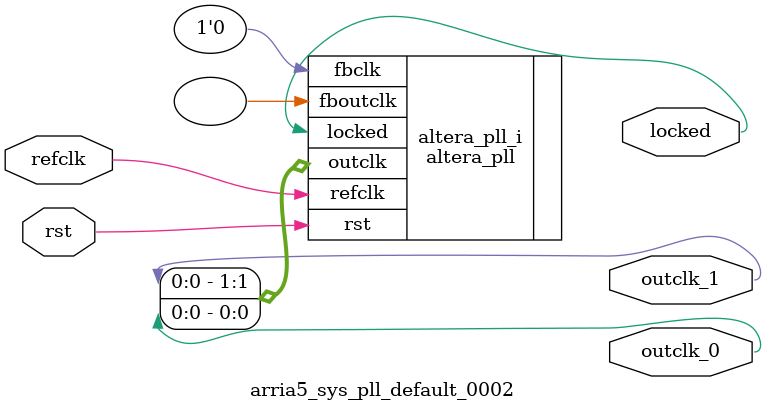
<source format=v>
`timescale 1ns/10ps
module  arria5_sys_pll_default_0002(

	// interface 'refclk'
	input wire refclk,

	// interface 'reset'
	input wire rst,

	// interface 'outclk0'
	output wire outclk_0,

	// interface 'outclk1'
	output wire outclk_1,

	// interface 'locked'
	output wire locked
);

	altera_pll #(
		.fractional_vco_multiplier("false"),
		.reference_clock_frequency("125.0 MHz"),
		.operation_mode("direct"),
		.number_of_clocks(2),
		.output_clock_frequency0("62.500000 MHz"),
		.phase_shift0("0 ps"),
		.duty_cycle0(50),
		.output_clock_frequency1("125.000000 MHz"),
		.phase_shift1("0 ps"),
		.duty_cycle1(50),
		.output_clock_frequency2("0 MHz"),
		.phase_shift2("0 ps"),
		.duty_cycle2(50),
		.output_clock_frequency3("0 MHz"),
		.phase_shift3("0 ps"),
		.duty_cycle3(50),
		.output_clock_frequency4("0 MHz"),
		.phase_shift4("0 ps"),
		.duty_cycle4(50),
		.output_clock_frequency5("0 MHz"),
		.phase_shift5("0 ps"),
		.duty_cycle5(50),
		.output_clock_frequency6("0 MHz"),
		.phase_shift6("0 ps"),
		.duty_cycle6(50),
		.output_clock_frequency7("0 MHz"),
		.phase_shift7("0 ps"),
		.duty_cycle7(50),
		.output_clock_frequency8("0 MHz"),
		.phase_shift8("0 ps"),
		.duty_cycle8(50),
		.output_clock_frequency9("0 MHz"),
		.phase_shift9("0 ps"),
		.duty_cycle9(50),
		.output_clock_frequency10("0 MHz"),
		.phase_shift10("0 ps"),
		.duty_cycle10(50),
		.output_clock_frequency11("0 MHz"),
		.phase_shift11("0 ps"),
		.duty_cycle11(50),
		.output_clock_frequency12("0 MHz"),
		.phase_shift12("0 ps"),
		.duty_cycle12(50),
		.output_clock_frequency13("0 MHz"),
		.phase_shift13("0 ps"),
		.duty_cycle13(50),
		.output_clock_frequency14("0 MHz"),
		.phase_shift14("0 ps"),
		.duty_cycle14(50),
		.output_clock_frequency15("0 MHz"),
		.phase_shift15("0 ps"),
		.duty_cycle15(50),
		.output_clock_frequency16("0 MHz"),
		.phase_shift16("0 ps"),
		.duty_cycle16(50),
		.output_clock_frequency17("0 MHz"),
		.phase_shift17("0 ps"),
		.duty_cycle17(50),
		.pll_type("General"),
		.pll_subtype("General")
	) altera_pll_i (
		.rst	(rst),
		.outclk	({outclk_1, outclk_0}),
		.locked	(locked),
		.fboutclk	( ),
		.fbclk	(1'b0),
		.refclk	(refclk)
	);
endmodule


</source>
